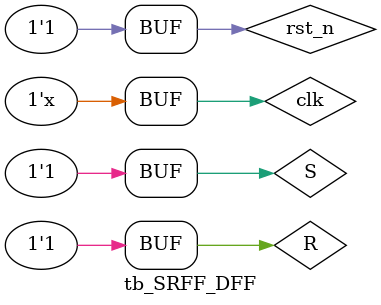
<source format=sv>
module sim;

    initial begin
        $dumpfile("dump.vcd");
        $dumpvars;
        #85
        $finish;
    end

endmodule

module tb_SRFF_DFF;

    reg clk, rst_n, S, R;
    wire Q;

    SRFF_DFF srff(.s(S), .r(R), .clk(clk), .rst_n(rst_n), .q(Q)); 

    always #5 clk = ~clk;

    initial begin
        clk = 1'b0;
        rst_n = 1'b1;
        S = 1'b0;
        R = 1'b0;
        #2
        rst_n = 1'b0;
        #5
        rst_n = 1'b1;
        #16
        S = 1'b1;
        R = 1'b0;
        #10
        S = 1'b0;
        R = 1'b0;
        #10
        S = 1'b0;
        R = 1'b1;
        #10
        S = 1'b0;
        R = 1'b0;
        #10
        S = 1'b1;
        R = 1'b1;
    end

endmodule

</source>
